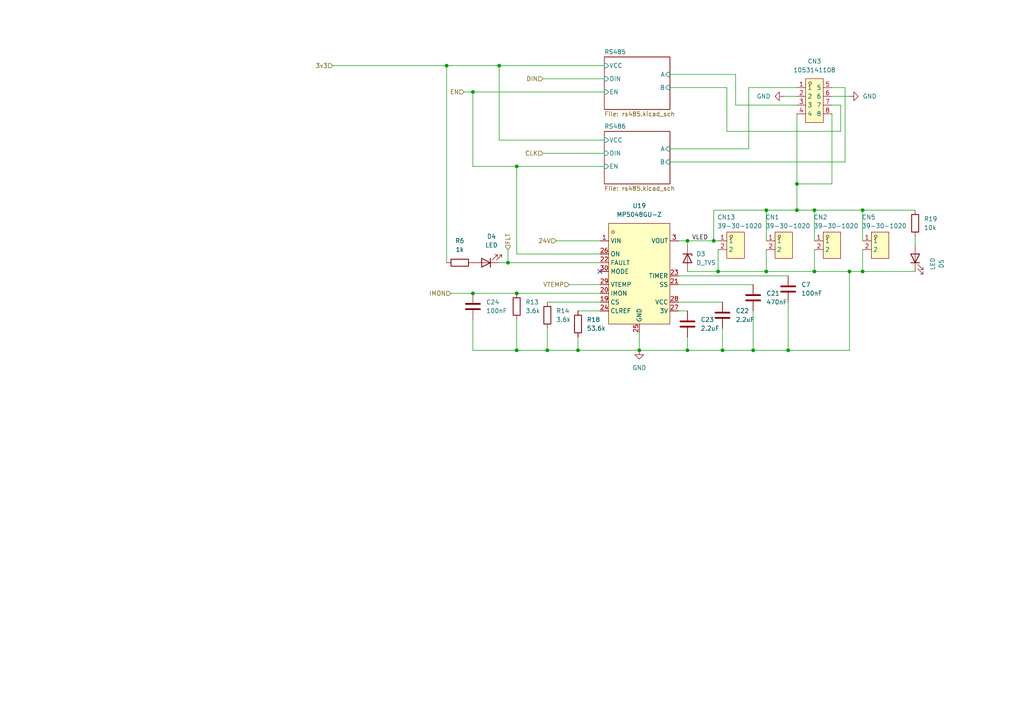
<source format=kicad_sch>
(kicad_sch (version 20250114) (generator "eeschema") (generator_version "9.0")
  (paper "A4")
  (lib_symbols
    (symbol "Device:C" (pin_numbers (hide yes)) (pin_names (offset 0.254))
      (property "Reference" "C" (at 0.635 2.54 0))
      (property "Value" "C" (at 0.635 -2.54 0))
      (symbol "C_0_1"
        (polyline (pts (xy -2.032 0.762) (xy 2.032 0.762)) (stroke (width 0.508)))
        (polyline (pts (xy -2.032 -0.762) (xy 2.032 -0.762)) (stroke (width 0.508)))
      )
      (symbol "C_1_1"
        (pin passive line (at 0 3.81 270) (length 2.794) (name "~") (number "1"))
        (pin passive line (at 0 -3.81 90) (length 2.794) (name "~") (number "2"))
      )
    )
    (symbol "Device:D_Zener" (pin_numbers (hide yes)) (pin_names (offset 1.016) (hide yes))
      (property "Reference" "D" (at 0 2.54 0))
      (property "Value" "D_Zener" (at 0 -2.54 0))
      (symbol "D_Zener_0_1"
        (polyline (pts (xy -1.27 -1.27) (xy -1.27 1.27) (xy -0.762 1.27)) (stroke (width 0.254)))
        (polyline (pts (xy 1.27 0) (xy -1.27 0)))
        (polyline (pts (xy 1.27 -1.27) (xy 1.27 1.27) (xy -1.27 0) (xy 1.27 -1.27)) (stroke (width 0.254)))
      )
      (symbol "D_Zener_1_1"
        (pin passive line (at -3.81 0 0) (length 2.54) (name "K") (number "1"))
        (pin passive line (at 3.81 0 180) (length 2.54) (name "A") (number "2"))
      )
    )
    (symbol "Device:LED" (pin_numbers (hide yes)) (pin_names (offset 1.016) (hide yes))
      (property "Reference" "D" (at 0 2.54 0))
      (property "Value" "LED" (at 0 -2.54 0))
      (symbol "LED_0_1"
        (polyline (pts (xy -3.048 -0.762) (xy -4.572 -2.286) (xy -3.81 -2.286) (xy -4.572 -2.286) (xy -4.572 -1.524)))
        (polyline (pts (xy -1.778 -0.762) (xy -3.302 -2.286) (xy -2.54 -2.286) (xy -3.302 -2.286) (xy -3.302 -1.524)))
        (polyline (pts (xy -1.27 0) (xy 1.27 0)))
        (polyline (pts (xy -1.27 -1.27) (xy -1.27 1.27)) (stroke (width 0.254)))
        (polyline (pts (xy 1.27 -1.27) (xy 1.27 1.27) (xy -1.27 0) (xy 1.27 -1.27)) (stroke (width 0.254)))
      )
      (symbol "LED_1_1"
        (pin passive line (at -3.81 0 0) (length 2.54) (name "K") (number "1"))
        (pin passive line (at 3.81 0 180) (length 2.54) (name "A") (number "2"))
      )
    )
    (symbol "Device:R" (pin_numbers (hide yes)) (pin_names (offset 0))
      (property "Reference" "R" (at 2.032 0 90))
      (property "Value" "R" (at 0 0 90))
      (symbol "R_0_1"
        (rectangle (start -1.016 -2.54) (end 1.016 2.54) (stroke (width 0.254)))
      )
      (symbol "R_1_1"
        (pin passive line (at 0 3.81 270) (length 1.27) (name "~") (number "1"))
        (pin passive line (at 0 -3.81 90) (length 1.27) (name "~") (number "2"))
      )
    )
    (symbol "easyeda2kicad:1053141108"
      (property "Reference" "CN" (at 0 8.89 0))
      (property "Value" "1053141108" (at 0 -8.89 0))
      (symbol "1053141108_0_1"
        (rectangle (start -2.54 6.35) (end 2.54 -6.35) (fill (type background)))
        (circle (center -1.27 5.08) (radius 0.38))
        (pin unspecified line (at -5.08 3.81 0) (length 2.54) (name "1") (number "1"))
        (pin unspecified line (at -5.08 1.27 0) (length 2.54) (name "2") (number "2"))
        (pin unspecified line (at -5.08 -1.27 0) (length 2.54) (name "3") (number "3"))
        (pin unspecified line (at -5.08 -3.81 0) (length 2.54) (name "4") (number "4"))
        (pin unspecified line (at 5.08 3.81 180) (length 2.54) (name "5") (number "5"))
        (pin unspecified line (at 5.08 1.27 180) (length 2.54) (name "6") (number "6"))
        (pin unspecified line (at 5.08 -1.27 180) (length 2.54) (name "7") (number "7"))
        (pin unspecified line (at 5.08 -3.81 180) (length 2.54) (name "8") (number "8"))
      )
    )
    (symbol "easyeda2kicad:39-30-1020"
      (property "Reference" "CN" (at 0 6.35 0))
      (property "Value" "39-30-1020" (at 0 -6.35 0))
      (symbol "39-30-1020_0_1"
        (rectangle (start -3.81 3.81) (end 1.27 -3.81) (fill (type background)))
        (circle (center 0 -2.54) (radius 0.38))
        (pin unspecified line (at 3.81 1.27 180) (length 2.54) (name "2") (number "2"))
        (pin unspecified line (at 3.81 -1.27 180) (length 2.54) (name "1") (number "1"))
      )
    )
    (symbol "easyeda2kicad:MP5048GU-Z"
      (symbol "MP5048GU-Z_0_1"
        (rectangle (start -8.89 13.97) (end 8.89 -15.24) (fill (type background)))
        (circle (center -7.62 11.43) (radius 0.38))
        (pin power_in line (at -11.43 8.89 0) (length 2.54) (name "VIN") (number "1"))
        (pin unspecified line (at -11.43 8.89 0) (length 2.54) (hide yes) (name "VIN") (number "18"))
        (pin passive line (at -11.43 8.89 0) (length 2.54) (hide yes) (name "VIN") (number "2"))
        (pin unspecified line (at -11.43 5.08 0) (length 2.54) (name "ON") (number "26"))
        (pin unspecified line (at -11.43 2.54 0) (length 2.54) (name "FAULT") (number "22"))
        (pin unspecified line (at -11.43 0 0) (length 2.54) (name "MODE") (number "30"))
        (pin unspecified line (at -11.43 -3.81 0) (length 2.54) (name "VTEMP") (number "29"))
        (pin unspecified line (at -11.43 -6.35 0) (length 2.54) (name "IMON") (number "20"))
        (pin unspecified line (at -11.43 -8.89 0) (length 2.54) (name "CS") (number "19"))
        (pin unspecified line (at -11.43 -11.43 0) (length 2.54) (name "CLREF") (number "24"))
        (pin unspecified line (at 0 -17.78 90) (length 2.54) (name "GND") (number "25"))
        (pin unspecified line (at 11.43 8.89 180) (length 2.54) (hide yes) (name "VOUT") (number "10"))
        (pin unspecified line (at 11.43 8.89 180) (length 2.54) (hide yes) (name "VOUT") (number "11"))
        (pin unspecified line (at 11.43 8.89 180) (length 2.54) (hide yes) (name "VOUT") (number "12"))
        (pin unspecified line (at 11.43 8.89 180) (length 2.54) (hide yes) (name "VOUT") (number "13"))
        (pin unspecified line (at 11.43 8.89 180) (length 2.54) (hide yes) (name "VOUT") (number "14"))
        (pin unspecified line (at 11.43 8.89 180) (length 2.54) (hide yes) (name "VOUT") (number "15"))
        (pin unspecified line (at 11.43 8.89 180) (length 2.54) (hide yes) (name "VOUT") (number "16"))
        (pin unspecified line (at 11.43 8.89 180) (length 2.54) (hide yes) (name "VOUT") (number "17"))
        (pin unspecified line (at 11.43 8.89 180) (length 2.54) (name "VOUT") (number "3"))
        (pin unspecified line (at 11.43 8.89 180) (length 2.54) (hide yes) (name "VOUT") (number "4"))
        (pin unspecified line (at 11.43 8.89 180) (length 2.54) (hide yes) (name "VOUT") (number "5"))
        (pin unspecified line (at 11.43 8.89 180) (length 2.54) (hide yes) (name "VOUT") (number "6"))
        (pin unspecified line (at 11.43 8.89 180) (length 2.54) (hide yes) (name "VOUT") (number "7"))
        (pin unspecified line (at 11.43 8.89 180) (length 2.54) (hide yes) (name "VOUT") (number "8"))
        (pin unspecified line (at 11.43 8.89 180) (length 2.54) (hide yes) (name "VOUT") (number "9"))
        (pin unspecified line (at 11.43 -1.27 180) (length 2.54) (name "TIMER") (number "23"))
        (pin unspecified line (at 11.43 -3.81 180) (length 2.54) (name "SS") (number "21"))
        (pin unspecified line (at 11.43 -8.89 180) (length 2.54) (name "VCC") (number "28"))
        (pin unspecified line (at 11.43 -11.43 180) (length 2.54) (name "3V") (number "27"))
      )
    )
    (symbol "power:GND" (power) (pin_numbers (hide yes)) (pin_names (offset 0) (hide yes))
      (property "Value" "GND" (at 0 -3.81 0))
      (symbol "GND_0_1"
        (polyline (pts (xy 0 0) (xy 0 -1.27) (xy 1.27 -1.27) (xy 0 -2.54) (xy -1.27 -1.27) (xy 0 -1.27)))
      )
      (symbol "GND_1_1"
        (pin power_in line (at 0 0 270) (length 0) (name "~") (number "1"))
      )
    )
  )
  (junction (at 218.44 101.6))
  (junction (at 236.22 78.74))
  (junction (at 199.39 101.6))
  (junction (at 149.86 101.6))
  (junction (at 147.32 76.2))
  (junction (at 236.22 60.96))
  (junction (at 222.25 78.74))
  (junction (at 246.38 78.74))
  (junction (at 228.6 101.6))
  (junction (at 167.64 101.6))
  (junction (at 222.25 60.96))
  (junction (at 129.54 19.05))
  (junction (at 199.39 69.85))
  (junction (at 250.19 60.96))
  (junction (at 158.75 101.6))
  (junction (at 149.86 85.09))
  (junction (at 231.14 60.96))
  (junction (at 208.28 78.74))
  (junction (at 231.14 53.34))
  (junction (at 185.42 101.6))
  (junction (at 209.55 101.6))
  (junction (at 250.19 78.74))
  (junction (at 137.16 26.67))
  (junction (at 149.86 48.26))
  (junction (at 137.16 85.09))
  (junction (at 207.01 69.85))
  (junction (at 144.78 19.05))
  (no_connect (at 173.99 78.74))
  (wire (pts (xy 241.3 27.94) (xy 246.38 27.94)))
  (wire (pts (xy 250.19 78.74) (xy 265.43 78.74)))
  (wire (pts (xy 245.11 25.4) (xy 241.3 25.4)))
  (wire (pts (xy 158.75 87.63) (xy 173.99 87.63)))
  (wire (pts (xy 218.44 90.17) (xy 218.44 101.6)))
  (wire (pts (xy 207.01 60.96) (xy 207.01 69.85)))
  (wire (pts (xy 175.26 40.64) (xy 144.78 40.64)))
  (wire (pts (xy 149.86 73.66) (xy 173.99 73.66)))
  (wire (pts (xy 250.19 60.96) (xy 250.19 69.85)))
  (wire (pts (xy 243.84 38.1) (xy 243.84 30.48)))
  (wire (pts (xy 209.55 101.6) (xy 199.39 101.6)))
  (wire (pts (xy 231.14 60.96) (xy 222.25 60.96)))
  (wire (pts (xy 130.81 85.09) (xy 137.16 85.09)))
  (wire (pts (xy 158.75 101.6) (xy 167.64 101.6)))
  (wire (pts (xy 246.38 78.74) (xy 246.38 101.6)))
  (wire (pts (xy 213.36 21.59) (xy 213.36 30.48)))
  (wire (pts (xy 196.85 90.17) (xy 199.39 90.17)))
  (wire (pts (xy 227.33 27.94) (xy 231.14 27.94)))
  (wire (pts (xy 137.16 92.71) (xy 137.16 101.6)))
  (wire (pts (xy 129.54 19.05) (xy 129.54 76.2)))
  (wire (pts (xy 137.16 26.67) (xy 175.26 26.67)))
  (wire (pts (xy 265.43 68.58) (xy 265.43 71.12)))
  (wire (pts (xy 194.31 25.4) (xy 210.82 25.4)))
  (wire (pts (xy 236.22 60.96) (xy 250.19 60.96)))
  (wire (pts (xy 167.64 90.17) (xy 173.99 90.17)))
  (wire (pts (xy 199.39 69.85) (xy 199.39 71.12)))
  (wire (pts (xy 157.48 22.86) (xy 175.26 22.86)))
  (wire (pts (xy 137.16 48.26) (xy 137.16 26.67)))
  (wire (pts (xy 208.28 78.74) (xy 222.25 78.74)))
  (wire (pts (xy 149.86 48.26) (xy 149.86 73.66)))
  (wire (pts (xy 209.55 101.6) (xy 218.44 101.6)))
  (wire (pts (xy 245.11 25.4) (xy 245.11 46.99)))
  (wire (pts (xy 194.31 21.59) (xy 213.36 21.59)))
  (wire (pts (xy 167.64 101.6) (xy 167.64 97.79)))
  (wire (pts (xy 158.75 95.25) (xy 158.75 101.6)))
  (wire (pts (xy 250.19 60.96) (xy 265.43 60.96)))
  (wire (pts (xy 213.36 30.48) (xy 231.14 30.48)))
  (wire (pts (xy 228.6 87.63) (xy 228.6 101.6)))
  (wire (pts (xy 250.19 72.39) (xy 250.19 78.74)))
  (wire (pts (xy 236.22 72.39) (xy 236.22 78.74)))
  (wire (pts (xy 222.25 60.96) (xy 207.01 60.96)))
  (wire (pts (xy 149.86 48.26) (xy 137.16 48.26)))
  (wire (pts (xy 147.32 76.2) (xy 173.99 76.2)))
  (wire (pts (xy 199.39 78.74) (xy 208.28 78.74)))
  (wire (pts (xy 144.78 19.05) (xy 175.26 19.05)))
  (wire (pts (xy 222.25 72.39) (xy 222.25 78.74)))
  (wire (pts (xy 161.29 69.85) (xy 173.99 69.85)))
  (wire (pts (xy 144.78 40.64) (xy 144.78 19.05)))
  (wire (pts (xy 246.38 101.6) (xy 228.6 101.6)))
  (wire (pts (xy 185.42 96.52) (xy 185.42 101.6)))
  (wire (pts (xy 231.14 33.02) (xy 231.14 53.34)))
  (wire (pts (xy 137.16 101.6) (xy 149.86 101.6)))
  (wire (pts (xy 236.22 69.85) (xy 236.22 60.96)))
  (wire (pts (xy 129.54 19.05) (xy 144.78 19.05)))
  (wire (pts (xy 149.86 85.09) (xy 173.99 85.09)))
  (wire (pts (xy 165.1 82.55) (xy 173.99 82.55)))
  (wire (pts (xy 231.14 53.34) (xy 241.3 53.34)))
  (wire (pts (xy 194.31 43.18) (xy 217.17 43.18)))
  (wire (pts (xy 194.31 46.99) (xy 245.11 46.99)))
  (wire (pts (xy 222.25 69.85) (xy 222.25 60.96)))
  (wire (pts (xy 196.85 87.63) (xy 209.55 87.63)))
  (wire (pts (xy 218.44 101.6) (xy 228.6 101.6)))
  (wire (pts (xy 246.38 78.74) (xy 250.19 78.74)))
  (wire (pts (xy 199.39 97.79) (xy 199.39 101.6)))
  (wire (pts (xy 175.26 48.26) (xy 149.86 48.26)))
  (wire (pts (xy 217.17 25.4) (xy 231.14 25.4)))
  (wire (pts (xy 236.22 60.96) (xy 231.14 60.96)))
  (wire (pts (xy 241.3 33.02) (xy 241.3 53.34)))
  (wire (pts (xy 207.01 69.85) (xy 208.28 69.85)))
  (wire (pts (xy 199.39 101.6) (xy 185.42 101.6)))
  (wire (pts (xy 149.86 101.6) (xy 158.75 101.6)))
  (wire (pts (xy 217.17 25.4) (xy 217.17 43.18)))
  (wire (pts (xy 149.86 92.71) (xy 149.86 101.6)))
  (wire (pts (xy 208.28 72.39) (xy 208.28 78.74)))
  (wire (pts (xy 210.82 38.1) (xy 243.84 38.1)))
  (wire (pts (xy 236.22 78.74) (xy 246.38 78.74)))
  (wire (pts (xy 134.62 26.67) (xy 137.16 26.67)))
  (wire (pts (xy 196.85 80.01) (xy 228.6 80.01)))
  (wire (pts (xy 222.25 78.74) (xy 236.22 78.74)))
  (wire (pts (xy 137.16 85.09) (xy 149.86 85.09)))
  (wire (pts (xy 96.52 19.05) (xy 129.54 19.05)))
  (wire (pts (xy 231.14 53.34) (xy 231.14 60.96)))
  (wire (pts (xy 199.39 69.85) (xy 207.01 69.85)))
  (wire (pts (xy 147.32 72.39) (xy 147.32 76.2)))
  (wire (pts (xy 196.85 69.85) (xy 199.39 69.85)))
  (wire (pts (xy 209.55 95.25) (xy 209.55 101.6)))
  (wire (pts (xy 144.78 76.2) (xy 147.32 76.2)))
  (wire (pts (xy 157.48 44.45) (xy 175.26 44.45)))
  (wire (pts (xy 196.85 82.55) (xy 218.44 82.55)))
  (wire (pts (xy 210.82 25.4) (xy 210.82 38.1)))
  (wire (pts (xy 185.42 101.6) (xy 167.64 101.6)))
  (wire (pts (xy 243.84 30.48) (xy 241.3 30.48)))
  (label "VLED" (at 200.66 69.85 0))
  (hierarchical_label "FLT" (shape input) (at 147.32 72.39 90))
  (hierarchical_label "VTEMP" (shape input) (at 165.1 82.55 180))
  (hierarchical_label "DIN" (shape input) (at 157.48 22.86 180))
  (hierarchical_label "EN" (shape input) (at 134.62 26.67 180))
  (hierarchical_label "CLK" (shape input) (at 157.48 44.45 180))
  (hierarchical_label "3v3" (shape input) (at 96.52 19.05 180))
  (hierarchical_label "24V" (shape input) (at 161.29 69.85 180))
  (hierarchical_label "IMON" (shape input) (at 130.81 85.09 180))
  (symbol (lib_id "easyeda2kicad:MP5048GU-Z") (at 185.42 78.74 0) (unit 1)
    (property "Reference" "U19" (at 185.42 59.69 0))
    (property "Value" "MP5048GU-Z" (at 185.42 62.23 0))
    (property "Footprint" "easyeda2kicad:QFN-30_L5.0-W5.0-P0.40-TL_MP5048GU-Z" (effects (hide yes)))
    (property "LCSC Part" "C3662777" (effects (hide yes)))
  )
  (symbol (lib_id "power:GND") (at 185.42 101.6 0) (unit 1)
    (property "Reference" "#PWR01" (effects (hide yes)))
    (property "Value" "GND" (at 185.42 106.68 0))
    (property "Description" "Power symbol creates a global label with name \"GND\" , ground" (effects (hide yes)))
  )
  (symbol (lib_id "Device:R") (at 265.43 64.77 0) (unit 1)
    (property "Reference" "R19" (at 267.97 63.4999 0) (effects (justify left)))
    (property "Value" "10k" (at 267.97 66.0399 0) (effects (justify left)))
    (property "Footprint" "Resistor_SMD:R_0603_1608Metric" (effects (hide yes)))
    (property "Description" "Resistor" (effects (hide yes)))
  )
  (symbol (lib_id "Device:R") (at 158.75 91.44 0) (unit 1)
    (property "Reference" "R14" (at 161.29 90.1699 0) (effects (justify left)))
    (property "Value" "3.6k" (at 161.29 92.7099 0) (effects (justify left)))
    (property "Footprint" "Resistor_SMD:R_0603_1608Metric" (effects (hide yes)))
    (property "Description" "Resistor" (effects (hide yes)))
  )
  (symbol (lib_id "easyeda2kicad:39-30-1020") (at 226.06 71.12 180) (unit 1)
    (property "Reference" "CN1" (at 221.996 62.992 0) (effects (justify right)))
    (property "Value" "39-30-1020" (at 221.996 65.532 0) (effects (justify right)))
    (property "Footprint" "easyeda2kicad:CONN-TH_2P-P5.50_39-30-1020" (effects (hide yes)))
    (property "Datasheet" "https://lcsc.com/product-detail/Others_MOLEX_39-30-1020_MOLEX-39-30-1020_C240832.html" (effects (hide yes)))
    (property "LCSC Part" "C240832" (effects (hide yes)))
  )
  (symbol (lib_id "Device:C") (at 137.16 88.9 0) (unit 1)
    (property "Reference" "C24" (at 140.97 87.6299 0) (effects (justify left)))
    (property "Value" "100nF" (at 140.97 90.1699 0) (effects (justify left)))
    (property "Footprint" "Capacitor_SMD:C_0603_1608Metric" (effects (hide yes)))
    (property "Description" "Unpolarized capacitor" (effects (hide yes)))
  )
  (symbol (lib_id "power:GND") (at 227.33 27.94 270) (unit 1)
    (property "Reference" "#PWR021" (effects (hide yes)))
    (property "Value" "GND" (at 223.52 27.9399 90) (effects (justify right)))
    (property "Description" "Power symbol creates a global label with name \"GND\" , ground" (effects (hide yes)))
  )
  (symbol (lib_id "Device:LED") (at 265.43 74.93 90) (unit 1)
    (property "Reference" "D5" (at 273.05 76.5175 0))
    (property "Value" "LED" (at 270.51 76.5175 0))
    (property "Footprint" "LED_SMD:LED_0603_1608Metric" (effects (hide yes)))
    (property "Description" "Light emitting diode" (effects (hide yes)))
    (property "Sim.Pins" "1=K 2=A" (effects (hide yes)))
    (property "LCSC Part" "C118334" (effects (hide yes)))
  )
  (symbol (lib_id "easyeda2kicad:39-30-1020") (at 212.09 71.12 180) (unit 1)
    (property "Reference" "CN13" (at 208.026 62.992 0) (effects (justify right)))
    (property "Value" "39-30-1020" (at 208.026 65.532 0) (effects (justify right)))
    (property "Footprint" "easyeda2kicad:CONN-TH_2P-P5.50_39-30-1020" (effects (hide yes)))
    (property "Datasheet" "https://lcsc.com/product-detail/Others_MOLEX_39-30-1020_MOLEX-39-30-1020_C240832.html" (effects (hide yes)))
    (property "LCSC Part" "C240832" (effects (hide yes)))
  )
  (symbol (lib_id "Device:D_Zener") (at 199.39 74.93 270) (unit 1)
    (property "Reference" "D3" (at 201.93 73.6599 90) (effects (justify left)))
    (property "Value" "D_TVS" (at 201.93 76.1999 90) (effects (justify left)))
    (property "Footprint" "Diode_SMD:D_SMB" (effects (hide yes)))
    (property "Description" "TVS diode" (effects (hide yes)))
    (property "LCSC Part" "C151256" (effects (hide yes)))
  )
  (symbol (lib_id "Device:R") (at 149.86 88.9 0) (unit 1)
    (property "Reference" "R13" (at 152.4 87.6299 0) (effects (justify left)))
    (property "Value" "3.6k" (at 152.4 90.1699 0) (effects (justify left)))
    (property "Footprint" "Resistor_SMD:R_0603_1608Metric" (effects (hide yes)))
    (property "Description" "Resistor" (effects (hide yes)))
  )
  (symbol (lib_id "Device:C") (at 218.44 86.36 0) (unit 1)
    (property "Reference" "C21" (at 222.25 85.0899 0) (effects (justify left)))
    (property "Value" "470nF" (at 222.25 87.6299 0) (effects (justify left)))
    (property "Footprint" "Capacitor_SMD:C_0603_1608Metric" (effects (hide yes)))
    (property "Description" "Unpolarized capacitor" (effects (hide yes)))
  )
  (symbol (lib_id "Device:C") (at 209.55 91.44 0) (unit 1)
    (property "Reference" "C22" (at 213.36 90.1699 0) (effects (justify left)))
    (property "Value" "2.2uF" (at 213.36 92.7099 0) (effects (justify left)))
    (property "Footprint" "Capacitor_SMD:C_0603_1608Metric" (effects (hide yes)))
    (property "Description" "Unpolarized capacitor" (effects (hide yes)))
  )
  (symbol (lib_id "Device:R") (at 167.64 93.98 0) (unit 1)
    (property "Reference" "R18" (at 170.18 92.7099 0) (effects (justify left)))
    (property "Value" "53.6k" (at 170.18 95.2499 0) (effects (justify left)))
    (property "Footprint" "Resistor_SMD:R_0603_1608Metric" (effects (hide yes)))
    (property "Description" "Resistor" (effects (hide yes)))
  )
  (symbol (lib_id "Device:C") (at 199.39 93.98 0) (unit 1)
    (property "Reference" "C23" (at 203.2 92.7099 0) (effects (justify left)))
    (property "Value" "2.2uF" (at 203.2 95.2499 0) (effects (justify left)))
    (property "Footprint" "Capacitor_SMD:C_0603_1608Metric" (effects (hide yes)))
    (property "Description" "Unpolarized capacitor" (effects (hide yes)))
  )
  (symbol (lib_id "easyeda2kicad:39-30-1020") (at 240.03 71.12 180) (unit 1)
    (property "Reference" "CN2" (at 235.966 62.992 0) (effects (justify right)))
    (property "Value" "39-30-1020" (at 235.966 65.532 0) (effects (justify right)))
    (property "Footprint" "easyeda2kicad:CONN-TH_2P-P5.50_39-30-1020" (effects (hide yes)))
    (property "Datasheet" "https://lcsc.com/product-detail/Others_MOLEX_39-30-1020_MOLEX-39-30-1020_C240832.html" (effects (hide yes)))
    (property "LCSC Part" "C240832" (effects (hide yes)))
  )
  (symbol (lib_id "power:GND") (at 246.38 27.94 90) (unit 1)
    (property "Reference" "#PWR020" (effects (hide yes)))
    (property "Value" "GND" (at 250.19 27.9399 90) (effects (justify right)))
    (property "Description" "Power symbol creates a global label with name \"GND\" , ground" (effects (hide yes)))
  )
  (symbol (lib_id "Device:R") (at 133.35 76.2 90) (unit 1)
    (property "Reference" "R6" (at 133.35 69.85 90))
    (property "Value" "1k" (at 133.35 72.39 90))
    (property "Footprint" "Resistor_SMD:R_0603_1608Metric" (effects (hide yes)))
    (property "Description" "Resistor" (effects (hide yes)))
  )
  (symbol (lib_id "Device:C") (at 228.6 83.82 0) (unit 1)
    (property "Reference" "C7" (at 232.41 82.5499 0) (effects (justify left)))
    (property "Value" "100nF" (at 232.41 85.0899 0) (effects (justify left)))
    (property "Footprint" "Capacitor_SMD:C_0603_1608Metric" (effects (hide yes)))
    (property "Description" "Unpolarized capacitor" (effects (hide yes)))
  )
  (symbol (lib_id "easyeda2kicad:39-30-1020") (at 254 71.12 180) (unit 1)
    (property "Reference" "CN5" (at 249.936 62.992 0) (effects (justify right)))
    (property "Value" "39-30-1020" (at 249.936 65.532 0) (effects (justify right)))
    (property "Footprint" "easyeda2kicad:CONN-TH_2P-P5.50_39-30-1020" (effects (hide yes)))
    (property "Datasheet" "https://lcsc.com/product-detail/Others_MOLEX_39-30-1020_MOLEX-39-30-1020_C240832.html" (effects (hide yes)))
    (property "LCSC Part" "C240832" (effects (hide yes)))
  )
  (symbol (lib_id "Device:LED") (at 140.97 76.2 180) (unit 1)
    (property "Reference" "D4" (at 142.5575 68.58 0))
    (property "Value" "LED" (at 142.5575 71.12 0))
    (property "Footprint" "LED_SMD:LED_0603_1608Metric" (effects (hide yes)))
    (property "Description" "Light emitting diode" (effects (hide yes)))
    (property "Sim.Pins" "1=K 2=A" (effects (hide yes)))
    (property "LCSC Part" "C2286" (effects (hide yes)))
  )
  (symbol (lib_id "easyeda2kicad:1053141108") (at 236.22 29.21 0) (unit 1)
    (property "Reference" "CN3" (at 236.22 17.78 0))
    (property "Value" "1053141108" (at 236.22 20.32 0))
    (property "Footprint" "easyeda2kicad:CONN-TH_8P-P2.50_MOLEX_1053141108" (effects (hide yes)))
    (property "LCSC Part" "C841208" (effects (hide yes)))
  )
  (sheet (at 175.26 38.1) (size 19.05 15.24) (stroke (width 0.1524))
    (property "Sheetname" "RS486" (at 175.26 37.3884 0) (effects (justify left bottom)))
    (property "Sheetfile" "rs485.kicad_sch" (at 175.26 53.9246 0) (effects (justify left top)))
    (pin "EN" input (at 175.26 48.26 180))
    (pin "VCC" input (at 175.26 40.64 180))
    (pin "DIN" input (at 175.26 44.45 180))
    (pin "A" input (at 194.31 43.18 0))
    (pin "B" input (at 194.31 46.99 0))
  )
  (sheet (at 175.26 16.51) (size 19.05 15.24) (stroke (width 0.1524))
    (property "Sheetname" "RS485" (at 175.26 15.7984 0) (effects (justify left bottom)))
    (property "Sheetfile" "rs485.kicad_sch" (at 175.26 32.3346 0) (effects (justify left top)))
    (pin "EN" input (at 175.26 26.67 180))
    (pin "VCC" input (at 175.26 19.05 180))
    (pin "DIN" input (at 175.26 22.86 180))
    (pin "A" input (at 194.31 21.59 0))
    (pin "B" input (at 194.31 25.4 0))
  )
)
</source>
